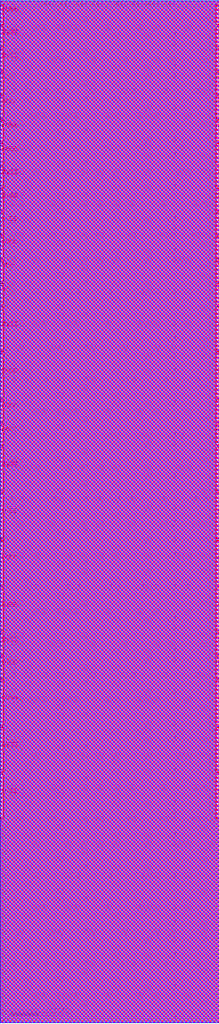
<source format=lef>
# Copyright 2022 GlobalFoundries PDK Authors
#
# Licensed under the Apache License, Version 2.0 (the "License");
# you may not use this file except in compliance with the License.
# You may obtain a copy of the License at
#
#     http://www.apache.org/licenses/LICENSE-2.0
#
# Unless required by applicable law or agreed to in writing, software
# distributed under the License is distributed on an "AS IS" BASIS,
# WITHOUT WARRANTIES OR CONDITIONS OF ANY KIND, either express or implied.
# See the License for the specific language governing permissions and
# limitations under the License.

MACRO gf180mcu_fd_io__asig_5p0
  CLASS PAD INOUT ;
  ORIGIN 0 0 ;
  FOREIGN gf180mcu_fd_io__asig_5p0 0 0 ;
  SIZE 75 BY 350 ;
  SYMMETRY X Y R90 ;
  SITE GF_IO_Site ;
  PIN ASIG5V
    DIRECTION INOUT ;
    USE SIGNAL ;
    PORT
        CLASS CORE ;
      LAYER Metal2 ;
        RECT 57.12 349 59.66 350 ;
        RECT 51.44 349 53.98 350 ;
        RECT 45.76 349 48.3 350 ;
        RECT 40.08 349 42.62 350 ;
        RECT 32.38 349 34.92 350 ;
        RECT 26.7 349 29.24 350 ;
        RECT 21.02 349 23.56 350 ;
        RECT 15.34 349 17.88 350 ;
    END
  END ASIG5V
  PIN DVDD
    DIRECTION INOUT ;
    USE POWER ;
    PORT
      LAYER Metal5 ;
        RECT 74 118 75 125 ;
    END
    PORT
      LAYER Metal5 ;
        RECT 74 182 75 197 ;
    END
    PORT
      LAYER Metal5 ;
        RECT 74 166 75 181 ;
    END
    PORT
      LAYER Metal5 ;
        RECT 74 150 75 165 ;
    END
    PORT
      LAYER Metal5 ;
        RECT 74 134 75 149 ;
    END
    PORT
      LAYER Metal5 ;
        RECT 74 214 75 229 ;
    END
    PORT
      LAYER Metal5 ;
        RECT 74 206 75 213 ;
    END
    PORT
      LAYER Metal5 ;
        RECT 74 278 75 285 ;
    END
    PORT
      LAYER Metal5 ;
        RECT 74 270 75 277 ;
    END
    PORT
      LAYER Metal5 ;
        RECT 74 262 75 269 ;
    END
    PORT
      LAYER Metal5 ;
        RECT 74 294 75 301 ;
    END
    PORT
      LAYER Metal5 ;
        RECT 74 334 75 341 ;
    END
    PORT
      LAYER Metal4 ;
        RECT 74 118 75 125 ;
    END
    PORT
      LAYER Metal4 ;
        RECT 74 182 75 197 ;
    END
    PORT
      LAYER Metal4 ;
        RECT 74 166 75 181 ;
    END
    PORT
      LAYER Metal4 ;
        RECT 74 150 75 165 ;
    END
    PORT
      LAYER Metal4 ;
        RECT 74 134 75 149 ;
    END
    PORT
      LAYER Metal4 ;
        RECT 74 214 75 229 ;
    END
    PORT
      LAYER Metal4 ;
        RECT 74 206 75 213 ;
    END
    PORT
      LAYER Metal4 ;
        RECT 74 278 75 285 ;
    END
    PORT
      LAYER Metal4 ;
        RECT 74 270 75 277 ;
    END
    PORT
      LAYER Metal4 ;
        RECT 74 262 75 269 ;
    END
    PORT
      LAYER Metal4 ;
        RECT 74 294 75 301 ;
    END
    PORT
      LAYER Metal4 ;
        RECT 74 334 75 341 ;
    END
    PORT
      LAYER Metal3 ;
        RECT 74 118 75 125 ;
    END
    PORT
      LAYER Metal3 ;
        RECT 74 182 75 197 ;
    END
    PORT
      LAYER Metal3 ;
        RECT 74 166 75 181 ;
    END
    PORT
      LAYER Metal3 ;
        RECT 74 150 75 165 ;
    END
    PORT
      LAYER Metal3 ;
        RECT 74 134 75 149 ;
    END
    PORT
      LAYER Metal3 ;
        RECT 74 214 75 229 ;
    END
    PORT
      LAYER Metal3 ;
        RECT 74 206 75 213 ;
    END
    PORT
      LAYER Metal3 ;
        RECT 74 278 75 285 ;
    END
    PORT
      LAYER Metal3 ;
        RECT 74 270 75 277 ;
    END
    PORT
      LAYER Metal3 ;
        RECT 74 262 75 269 ;
    END
    PORT
      LAYER Metal3 ;
        RECT 74 294 75 301 ;
    END
    PORT
      LAYER Metal3 ;
        RECT 74 334 75 341 ;
    END
    PORT
      LAYER Metal3 ;
        RECT 0 334 1 341 ;
    END
    PORT
      LAYER Metal3 ;
        RECT 0 294 1 301 ;
    END
    PORT
      LAYER Metal3 ;
        RECT 0 262 1 269 ;
    END
    PORT
      LAYER Metal3 ;
        RECT 0 270 1 277 ;
    END
    PORT
      LAYER Metal3 ;
        RECT 0 278 1 285 ;
    END
    PORT
      LAYER Metal3 ;
        RECT 0 206 1 213 ;
    END
    PORT
      LAYER Metal3 ;
        RECT 0 214 1 229 ;
    END
    PORT
      LAYER Metal3 ;
        RECT 0 134 1 149 ;
    END
    PORT
      LAYER Metal3 ;
        RECT 0 150 1 165 ;
    END
    PORT
      LAYER Metal3 ;
        RECT 0 166 1 181 ;
    END
    PORT
      LAYER Metal3 ;
        RECT 0 182 1 197 ;
    END
    PORT
      LAYER Metal5 ;
        RECT 0 334 1 341 ;
    END
    PORT
      LAYER Metal5 ;
        RECT 0 294 1 301 ;
    END
    PORT
      LAYER Metal5 ;
        RECT 0 262 1 269 ;
    END
    PORT
      LAYER Metal5 ;
        RECT 0 270 1 277 ;
    END
    PORT
      LAYER Metal5 ;
        RECT 0 278 1 285 ;
    END
    PORT
      LAYER Metal5 ;
        RECT 0 206 1 213 ;
    END
    PORT
      LAYER Metal5 ;
        RECT 0 214 1 229 ;
    END
    PORT
      LAYER Metal5 ;
        RECT 0 134 1 149 ;
    END
    PORT
      LAYER Metal5 ;
        RECT 0 150 1 165 ;
    END
    PORT
      LAYER Metal5 ;
        RECT 0 166 1 181 ;
    END
    PORT
      LAYER Metal5 ;
        RECT 0 182 1 197 ;
    END
    PORT
      LAYER Metal4 ;
        RECT 0 334 1 341 ;
    END
    PORT
      LAYER Metal4 ;
        RECT 0 294 1 301 ;
    END
    PORT
      LAYER Metal4 ;
        RECT 0 262 1 269 ;
    END
    PORT
      LAYER Metal4 ;
        RECT 0 270 1 277 ;
    END
    PORT
      LAYER Metal4 ;
        RECT 0 278 1 285 ;
    END
    PORT
      LAYER Metal4 ;
        RECT 0 206 1 213 ;
    END
    PORT
      LAYER Metal4 ;
        RECT 0 214 1 229 ;
    END
    PORT
      LAYER Metal4 ;
        RECT 0 134 1 149 ;
    END
    PORT
      LAYER Metal4 ;
        RECT 0 150 1 165 ;
    END
    PORT
      LAYER Metal4 ;
        RECT 0 166 1 181 ;
    END
    PORT
      LAYER Metal4 ;
        RECT 0 182 1 197 ;
    END
    PORT
      LAYER Metal4 ;
        RECT 0 118 1 125 ;
    END
    PORT
      LAYER Metal5 ;
        RECT 0 118 1 125 ;
    END
    PORT
      LAYER Metal3 ;
        RECT 0 118 1 125 ;
    END
  END DVDD
  PIN DVSS
    DIRECTION INOUT ;
    USE GROUND ;
    PORT
      LAYER Metal5 ;
        RECT 74 102 75 117 ;
    END
    PORT
      LAYER Metal5 ;
        RECT 74 86 75 101 ;
    END
    PORT
      LAYER Metal5 ;
        RECT 74 70 75 85 ;
    END
    PORT
      LAYER Metal5 ;
        RECT 74 126 75 133 ;
    END
    PORT
      LAYER Metal5 ;
        RECT 74 198 75 205 ;
    END
    PORT
      LAYER Metal5 ;
        RECT 74 230 75 245 ;
    END
    PORT
      LAYER Metal5 ;
        RECT 74 286 75 293 ;
    END
    PORT
      LAYER Metal5 ;
        RECT 74 302 75 309 ;
    END
    PORT
      LAYER Metal5 ;
        RECT 74 326 75 333 ;
    END
    PORT
      LAYER Metal5 ;
        RECT 74 342 75 348.39 ;
    END
    PORT
      LAYER Metal4 ;
        RECT 74 102 75 117 ;
    END
    PORT
      LAYER Metal4 ;
        RECT 74 86 75 101 ;
    END
    PORT
      LAYER Metal4 ;
        RECT 74 70 75 85 ;
    END
    PORT
      LAYER Metal4 ;
        RECT 74 126 75 133 ;
    END
    PORT
      LAYER Metal4 ;
        RECT 74 198 75 205 ;
    END
    PORT
      LAYER Metal4 ;
        RECT 74 230 75 245 ;
    END
    PORT
      LAYER Metal4 ;
        RECT 74 286 75 293 ;
    END
    PORT
      LAYER Metal4 ;
        RECT 74 302 75 309 ;
    END
    PORT
      LAYER Metal4 ;
        RECT 74 326 75 333 ;
    END
    PORT
      LAYER Metal4 ;
        RECT 74 342 75 348.39 ;
    END
    PORT
      LAYER Metal3 ;
        RECT 74 102 75 117 ;
    END
    PORT
      LAYER Metal3 ;
        RECT 74 86 75 101 ;
    END
    PORT
      LAYER Metal3 ;
        RECT 74 70 75 85 ;
    END
    PORT
      LAYER Metal3 ;
        RECT 74 126 75 133 ;
    END
    PORT
      LAYER Metal3 ;
        RECT 74 198 75 205 ;
    END
    PORT
      LAYER Metal3 ;
        RECT 74 230 75 245 ;
    END
    PORT
      LAYER Metal3 ;
        RECT 74 286 75 293 ;
    END
    PORT
      LAYER Metal3 ;
        RECT 74 302 75 309 ;
    END
    PORT
      LAYER Metal3 ;
        RECT 74 326 75 333 ;
    END
    PORT
      LAYER Metal3 ;
        RECT 74 342 75 348.39 ;
    END
    PORT
      LAYER Metal3 ;
        RECT 0 342 1 348.39 ;
    END
    PORT
      LAYER Metal3 ;
        RECT 0 326 1 333 ;
    END
    PORT
      LAYER Metal3 ;
        RECT 0 302 1 309 ;
    END
    PORT
      LAYER Metal3 ;
        RECT 0 286 1 293 ;
    END
    PORT
      LAYER Metal3 ;
        RECT 0 230 1 245 ;
    END
    PORT
      LAYER Metal3 ;
        RECT 0 198 1 205 ;
    END
    PORT
      LAYER Metal3 ;
        RECT 0 126 1 133 ;
    END
    PORT
      LAYER Metal3 ;
        RECT 0 70 1 85 ;
    END
    PORT
      LAYER Metal3 ;
        RECT 0 86 1 101 ;
    END
    PORT
      LAYER Metal5 ;
        RECT 0 342 1 348.39 ;
    END
    PORT
      LAYER Metal5 ;
        RECT 0 326 1 333 ;
    END
    PORT
      LAYER Metal5 ;
        RECT 0 302 1 309 ;
    END
    PORT
      LAYER Metal5 ;
        RECT 0 286 1 293 ;
    END
    PORT
      LAYER Metal5 ;
        RECT 0 230 1 245 ;
    END
    PORT
      LAYER Metal5 ;
        RECT 0 198 1 205 ;
    END
    PORT
      LAYER Metal5 ;
        RECT 0 126 1 133 ;
    END
    PORT
      LAYER Metal5 ;
        RECT 0 70 1 85 ;
    END
    PORT
      LAYER Metal5 ;
        RECT 0 86 1 101 ;
    END
    PORT
      LAYER Metal4 ;
        RECT 0 342 1 348.39 ;
    END
    PORT
      LAYER Metal4 ;
        RECT 0 326 1 333 ;
    END
    PORT
      LAYER Metal4 ;
        RECT 0 302 1 309 ;
    END
    PORT
      LAYER Metal4 ;
        RECT 0 286 1 293 ;
    END
    PORT
      LAYER Metal4 ;
        RECT 0 230 1 245 ;
    END
    PORT
      LAYER Metal4 ;
        RECT 0 198 1 205 ;
    END
    PORT
      LAYER Metal4 ;
        RECT 0 126 1 133 ;
    END
    PORT
      LAYER Metal4 ;
        RECT 0 70 1 85 ;
    END
    PORT
      LAYER Metal4 ;
        RECT 0 86 1 101 ;
    END
    PORT
      LAYER Metal4 ;
        RECT 0 102 1 117 ;
    END
    PORT
      LAYER Metal5 ;
        RECT 0 102 1 117 ;
    END
    PORT
      LAYER Metal3 ;
        RECT 0 102 1 117 ;
    END
  END DVSS
  PIN VDD
    DIRECTION INOUT ;
    USE POWER ;
    PORT
      LAYER Metal5 ;
        RECT 74 254 75 261 ;
    END
    PORT
      LAYER Metal5 ;
        RECT 74 310 75 317 ;
    END
    PORT
      LAYER Metal4 ;
        RECT 74 254 75 261 ;
    END
    PORT
      LAYER Metal4 ;
        RECT 74 310 75 317 ;
    END
    PORT
      LAYER Metal3 ;
        RECT 74 254 75 261 ;
    END
    PORT
      LAYER Metal3 ;
        RECT 74 310 75 317 ;
    END
    PORT
      LAYER Metal3 ;
        RECT 0 310 1 317 ;
    END
    PORT
      LAYER Metal5 ;
        RECT 0 310 1 317 ;
    END
    PORT
      LAYER Metal4 ;
        RECT 0 310 1 317 ;
    END
    PORT
      LAYER Metal4 ;
        RECT 0 254 1 261 ;
    END
    PORT
      LAYER Metal5 ;
        RECT 0 254 1 261 ;
    END
    PORT
      LAYER Metal3 ;
        RECT 0 254 1 261 ;
    END
  END VDD
  PIN VSS
    DIRECTION INOUT ;
    USE GROUND ;
    PORT
      LAYER Metal5 ;
        RECT 74 246 75 253 ;
    END
    PORT
      LAYER Metal5 ;
        RECT 74 318 75 325 ;
    END
    PORT
      LAYER Metal4 ;
        RECT 74 246 75 253 ;
    END
    PORT
      LAYER Metal4 ;
        RECT 74 318 75 325 ;
    END
    PORT
      LAYER Metal3 ;
        RECT 74 246 75 253 ;
    END
    PORT
      LAYER Metal3 ;
        RECT 74 318 75 325 ;
    END
    PORT
      LAYER Metal3 ;
        RECT 0 318 1 325 ;
    END
    PORT
      LAYER Metal5 ;
        RECT 0 318 1 325 ;
    END
    PORT
      LAYER Metal4 ;
        RECT 0 318 1 325 ;
    END
    PORT
      LAYER Metal4 ;
        RECT 0 246 1 253 ;
    END
    PORT
      LAYER Metal5 ;
        RECT 0 246 1 253 ;
    END
    PORT
      LAYER Metal3 ;
        RECT 0 246 1 253 ;
    END
  END VSS
  OBS
    LAYER Metal1 ;
      RECT 0 0 75 350 ;
    LAYER Metal2 ;
      POLYGON 75 350 59.94 350 59.94 348.72 56.84 348.72 56.84 350 54.26 350 54.26 348.72 51.16 348.72 51.16 350 48.58 350 48.58 348.72 45.48 348.72 45.48 350 42.9 350 42.9 348.72 39.8 348.72 39.8 350 35.2 350 35.2 348.72 32.1 348.72 32.1 350 29.52 350 29.52 348.72 26.42 348.72 26.42 350 23.84 350 23.84 348.72 20.74 348.72 20.74 350 18.16 350 18.16 348.72 15.06 348.72 15.06 350 0 350 0 0 75 0 ;
    LAYER Metal3 ;
      POLYGON 75 69.72 73.72 69.72 73.72 85.28 75 85.28 75 85.72 73.72 85.72 73.72 101.28 75 101.28 75 101.72 73.72 101.72 73.72 117.28 75 117.28 75 117.72 73.72 117.72 73.72 125.28 75 125.28 75 125.72 73.72 125.72 73.72 133.28 75 133.28 75 133.72 73.72 133.72 73.72 149.28 75 149.28 75 149.72 73.72 149.72 73.72 165.28 75 165.28 75 165.72 73.72 165.72 73.72 181.28 75 181.28 75 181.72 73.72 181.72 73.72 197.28 75 197.28 75 197.72 73.72 197.72 73.72 205.28 75 205.28 75 205.72 73.72 205.72 73.72 213.28 75 213.28 75 213.72 73.72 213.72 73.72 229.28 75 229.28 75 229.72 73.72 229.72 73.72 245.28 75 245.28 75 245.72 73.72 245.72 73.72 253.28 75 253.28 75 253.72 73.72 253.72 73.72 261.28 75 261.28 75 261.72 73.72 261.72 73.72 269.28 75 269.28 75 269.72 73.72 269.72 73.72 277.28 75 277.28 75 277.72 73.72 277.72 73.72 285.28 75 285.28 75 285.72 73.72 285.72 73.72 293.28 75 293.28 75 293.72 73.72 293.72 73.72 301.28 75 301.28 75 301.72 73.72 301.72 73.72 309.28 75 309.28 75 309.72 73.72 309.72 73.72 317.28 75 317.28 75 317.72 73.72 317.72 73.72 325.28 75 325.28 75 325.72 73.72 325.72 73.72 333.28 75 333.28 75 333.72 73.72 333.72 73.72 341.28 75 341.28 75 341.72 73.72 341.72 73.72 348.67 75 348.67 75 350 0 350 0 348.67 1.28 348.67 1.28 341.72 0 341.72 0 341.28 1.28 341.28 1.28 333.72 0 333.72 0 333.28 1.28 333.28 1.28 325.72 0 325.72 0 325.28 1.28 325.28 1.28 317.72 0 317.72 0 317.28 1.28 317.28 1.28 309.72 0 309.72 0 309.28 1.28 309.28 1.28 301.72 0 301.72 0 301.28 1.28 301.28 1.28 293.72 0 293.72 0 293.28 1.28 293.28 1.28 285.72 0 285.72 0 285.28 1.28 285.28 1.28 277.72 0 277.72 0 277.28 1.28 277.28 1.28 269.72 0 269.72 0 269.28 1.28 269.28 1.28 261.72 0 261.72 0 261.28 1.28 261.28 1.28 253.72 0 253.72 0 253.28 1.28 253.28 1.28 245.72 0 245.72 0 245.28 1.28 245.28 1.28 229.72 0 229.72 0 229.28 1.28 229.28 1.28 213.72 0 213.72 0 213.28 1.28 213.28 1.28 205.72 0 205.72 0 205.28 1.28 205.28 1.28 197.72 0 197.72 0 197.28 1.28 197.28 1.28 181.72 0 181.72 0 181.28 1.28 181.28 1.28 165.72 0 165.72 0 165.28 1.28 165.28 1.28 149.72 0 149.72 0 149.28 1.28 149.28 1.28 133.72 0 133.72 0 133.28 1.28 133.28 1.28 125.72 0 125.72 0 125.28 1.28 125.28 1.28 117.72 0 117.72 0 117.28 1.28 117.28 1.28 101.72 0 101.72 0 101.28 1.28 101.28 1.28 85.72 0 85.72 0 85.28 1.28 85.28 1.28 69.72 0 69.72 0 0 75 0 ;
    LAYER Metal4 ;
      POLYGON 75 69.72 73.72 69.72 73.72 85.28 75 85.28 75 85.72 73.72 85.72 73.72 101.28 75 101.28 75 101.72 73.72 101.72 73.72 117.28 75 117.28 75 117.72 73.72 117.72 73.72 125.28 75 125.28 75 125.72 73.72 125.72 73.72 133.28 75 133.28 75 133.72 73.72 133.72 73.72 149.28 75 149.28 75 149.72 73.72 149.72 73.72 165.28 75 165.28 75 165.72 73.72 165.72 73.72 181.28 75 181.28 75 181.72 73.72 181.72 73.72 197.28 75 197.28 75 197.72 73.72 197.72 73.72 205.28 75 205.28 75 205.72 73.72 205.72 73.72 213.28 75 213.28 75 213.72 73.72 213.72 73.72 229.28 75 229.28 75 229.72 73.72 229.72 73.72 245.28 75 245.28 75 245.72 73.72 245.72 73.72 253.28 75 253.28 75 253.72 73.72 253.72 73.72 261.28 75 261.28 75 261.72 73.72 261.72 73.72 269.28 75 269.28 75 269.72 73.72 269.72 73.72 277.28 75 277.28 75 277.72 73.72 277.72 73.72 285.28 75 285.28 75 285.72 73.72 285.72 73.72 293.28 75 293.28 75 293.72 73.72 293.72 73.72 301.28 75 301.28 75 301.72 73.72 301.72 73.72 309.28 75 309.28 75 309.72 73.72 309.72 73.72 317.28 75 317.28 75 317.72 73.72 317.72 73.72 325.28 75 325.28 75 325.72 73.72 325.72 73.72 333.28 75 333.28 75 333.72 73.72 333.72 73.72 341.28 75 341.28 75 341.72 73.72 341.72 73.72 348.67 75 348.67 75 350 0 350 0 348.67 1.28 348.67 1.28 341.72 0 341.72 0 341.28 1.28 341.28 1.28 333.72 0 333.72 0 333.28 1.28 333.28 1.28 325.72 0 325.72 0 325.28 1.28 325.28 1.28 317.72 0 317.72 0 317.28 1.28 317.28 1.28 309.72 0 309.72 0 309.28 1.28 309.28 1.28 301.72 0 301.72 0 301.28 1.28 301.28 1.28 293.72 0 293.72 0 293.28 1.28 293.28 1.28 285.72 0 285.72 0 285.28 1.28 285.28 1.28 277.72 0 277.72 0 277.28 1.28 277.28 1.28 269.72 0 269.72 0 269.28 1.28 269.28 1.28 261.72 0 261.72 0 261.28 1.28 261.28 1.28 253.72 0 253.72 0 253.28 1.28 253.28 1.28 245.72 0 245.72 0 245.28 1.28 245.28 1.28 229.72 0 229.72 0 229.28 1.28 229.28 1.28 213.72 0 213.72 0 213.28 1.28 213.28 1.28 205.72 0 205.72 0 205.28 1.28 205.28 1.28 197.72 0 197.72 0 197.28 1.28 197.28 1.28 181.72 0 181.72 0 181.28 1.28 181.28 1.28 165.72 0 165.72 0 165.28 1.28 165.28 1.28 149.72 0 149.72 0 149.28 1.28 149.28 1.28 133.72 0 133.72 0 133.28 1.28 133.28 1.28 125.72 0 125.72 0 125.28 1.28 125.28 1.28 117.72 0 117.72 0 117.28 1.28 117.28 1.28 101.72 0 101.72 0 101.28 1.28 101.28 1.28 85.72 0 85.72 0 85.28 1.28 85.28 1.28 69.72 0 69.72 0 0 75 0 ;
    LAYER Metal5 ;
      POLYGON 75 69.72 73.72 69.72 73.72 85.28 75 85.28 75 85.72 73.72 85.72 73.72 101.28 75 101.28 75 101.72 73.72 101.72 73.72 117.28 75 117.28 75 117.72 73.72 117.72 73.72 125.28 75 125.28 75 125.72 73.72 125.72 73.72 133.28 75 133.28 75 133.72 73.72 133.72 73.72 149.28 75 149.28 75 149.72 73.72 149.72 73.72 165.28 75 165.28 75 165.72 73.72 165.72 73.72 181.28 75 181.28 75 181.72 73.72 181.72 73.72 197.28 75 197.28 75 197.72 73.72 197.72 73.72 205.28 75 205.28 75 205.72 73.72 205.72 73.72 213.28 75 213.28 75 213.72 73.72 213.72 73.72 229.28 75 229.28 75 229.72 73.72 229.72 73.72 245.28 75 245.28 75 245.72 73.72 245.72 73.72 253.28 75 253.28 75 253.72 73.72 253.72 73.72 261.28 75 261.28 75 261.72 73.72 261.72 73.72 269.28 75 269.28 75 269.72 73.72 269.72 73.72 277.28 75 277.28 75 277.72 73.72 277.72 73.72 285.28 75 285.28 75 285.72 73.72 285.72 73.72 293.28 75 293.28 75 293.72 73.72 293.72 73.72 301.28 75 301.28 75 301.72 73.72 301.72 73.72 309.28 75 309.28 75 309.72 73.72 309.72 73.72 317.28 75 317.28 75 317.72 73.72 317.72 73.72 325.28 75 325.28 75 325.72 73.72 325.72 73.72 333.28 75 333.28 75 333.72 73.72 333.72 73.72 341.28 75 341.28 75 341.72 73.72 341.72 73.72 348.67 75 348.67 75 350 0 350 0 348.67 1.28 348.67 1.28 341.72 0 341.72 0 341.28 1.28 341.28 1.28 333.72 0 333.72 0 333.28 1.28 333.28 1.28 325.72 0 325.72 0 325.28 1.28 325.28 1.28 317.72 0 317.72 0 317.28 1.28 317.28 1.28 309.72 0 309.72 0 309.28 1.28 309.28 1.28 301.72 0 301.72 0 301.28 1.28 301.28 1.28 293.72 0 293.72 0 293.28 1.28 293.28 1.28 285.72 0 285.72 0 285.28 1.28 285.28 1.28 277.72 0 277.72 0 277.28 1.28 277.28 1.28 269.72 0 269.72 0 269.28 1.28 269.28 1.28 261.72 0 261.72 0 261.28 1.28 261.28 1.28 253.72 0 253.72 0 253.28 1.28 253.28 1.28 245.72 0 245.72 0 245.28 1.28 245.28 1.28 229.72 0 229.72 0 229.28 1.28 229.28 1.28 213.72 0 213.72 0 213.28 1.28 213.28 1.28 205.72 0 205.72 0 205.28 1.28 205.28 1.28 197.72 0 197.72 0 197.28 1.28 197.28 1.28 181.72 0 181.72 0 181.28 1.28 181.28 1.28 165.72 0 165.72 0 165.28 1.28 165.28 1.28 149.72 0 149.72 0 149.28 1.28 149.28 1.28 133.72 0 133.72 0 133.28 1.28 133.28 1.28 125.72 0 125.72 0 125.28 1.28 125.28 1.28 117.72 0 117.72 0 117.28 1.28 117.28 1.28 101.72 0 101.72 0 101.28 1.28 101.28 1.28 85.72 0 85.72 0 85.28 1.28 85.28 1.28 69.72 0 69.72 0 0 75 0 ;
    LAYER Via1 ;
      RECT 0 0 75 350 ;
    LAYER Via2 ;
      RECT 0 0 75 350 ;
    LAYER Via3 ;
      RECT 0 0 75 350 ;
    LAYER Via4 ;
      RECT 0 0 75 350 ;
  END

END gf180mcu_fd_io__asig_5p0

</source>
